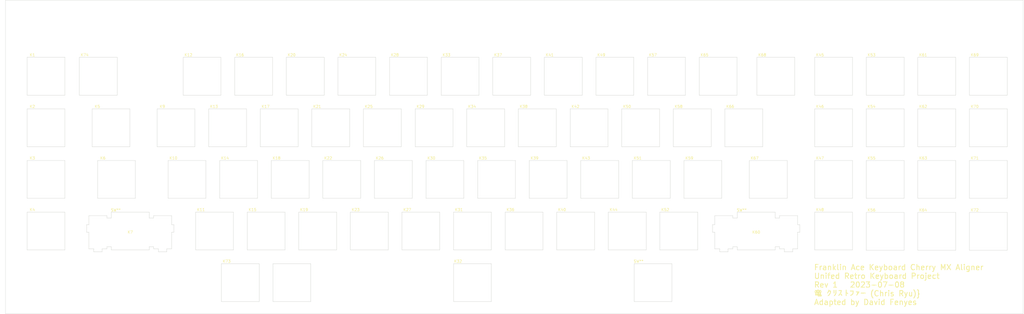
<source format=kicad_pcb>
(kicad_pcb (version 20221018) (generator pcbnew)
  (title_block (title "Franklin Ace Keyboard Cherry MX Aligner") (date "2023-07-08") (rev "1") (company "Unifed Retro Keyboard Project") (comment 1 "竜 クリストファー (Chris Ryu)}") (comment 2 "Adapted by David Fenyes"))
  (layers (0 "F.Cu" signal) (31 "B.Cu" signal) (34 "B.Paste" user) (35 "F.Paste" user) (36 "B.SilkS" user "B.Silkscreen") (37 "F.SilkS" user "F.Silkscreen") (38 "B.Mask" user) (39 "F.Mask" user) (44 "Edge.Cuts" user))
  (net 0 "")
  (footprint "unikbd:Key_MX_Aligner" (layer "F.Cu") (at 282.998036 221.250352)
    (fp_text reference "K31" (at -5.0292 -7.7724) (layer "F.SilkS"))
    (fp_text value "N")
    (fp_line (start -6.985 -6.8834) (end -6.985 7.0866) (stroke (width 0.12)) (layer "Edge.Cuts"))
    (fp_line (start -6.985 -6.8834) (end 6.985 -6.8834) (stroke (width 0.12)) (layer "Edge.Cuts"))
    (fp_line (start -6.985 7.0866) (end 6.985 7.0866) (stroke (width 0.12)) (layer "Edge.Cuts"))
    (fp_line (start 6.985 7.0866) (end 6.985 -6.8834) (stroke (width 0.12)) (layer "Edge.Cuts"))
  )
  (footprint "unikbd:MX_2u_aligner" (layer "F.Cu") (at 156.633036 221.250352)
    (fp_text reference "K7" (at 0 0.5254) (layer "F.SilkS"))
    (fp_text value "SHIFT")
    (fp_text user "SW**" (at -5.334 -7.6454) (layer "F.SilkS"))
    (fp_line (start -16.129 -2.2606) (end -15.2654 -2.2606) (stroke (width 0.12)) (layer "Edge.Cuts"))
    (fp_line (start -16.129 0.5334) (end -16.129 -2.2606) (stroke (width 0.12)) (layer "Edge.Cuts"))
    (fp_line (start -15.2654 -5.588) (end -8.6106 -5.588) (stroke (width 0.12)) (layer "Edge.Cuts"))
    (fp_line (start -15.2654 -2.2606) (end -15.2654 -5.588) (stroke (width 0.12)) (layer "Edge.Cuts"))
    (fp_line (start -15.2654 0.5334) (end -16.129 0.5334) (stroke (width 0.12)) (layer "Edge.Cuts"))
    (fp_line (start -15.2654 6.7056) (end -15.2654 0.5334) (stroke (width 0.12)) (layer "Edge.Cuts"))
    (fp_line (start -13.462 6.7056) (end -15.2654 6.7056) (stroke (width 0.12)) (layer "Edge.Cuts"))
    (fp_line (start -13.462 7.7978) (end -13.462 6.7056) (stroke (width 0.12)) (layer "Edge.Cuts"))
    (fp_line (start -10.414 6.7056) (end -10.414 7.7978) (stroke (width 0.12)) (layer "Edge.Cuts"))
    (fp_line (start -10.414 7.7978) (end -13.462 7.7978) (stroke (width 0.12)) (layer "Edge.Cuts"))
    (fp_line (start -8.6106 -5.588) (end -8.6106 -4.699) (stroke (width 0.12)) (layer "Edge.Cuts"))
    (fp_line (start -8.6106 -4.699) (end -6.985 -4.699) (stroke (width 0.12)) (layer "Edge.Cuts"))
    (fp_line (start -8.6106 5.9182) (end -8.6106 6.7056) (stroke (width 0.12)) (layer "Edge.Cuts"))
    (fp_line (start -8.6106 5.9182) (end -6.985 5.9182) (stroke (width 0.12)) (layer "Edge.Cuts"))
    (fp_line (start -8.6106 6.7056) (end -10.414 6.7056) (stroke (width 0.12)) (layer "Edge.Cuts"))
    (fp_line (start -6.985 -6.8834) (end 6.985 -6.8834) (stroke (width 0.12)) (layer "Edge.Cuts"))
    (fp_line (start -6.985 -4.699) (end -6.985 -6.8834) (stroke (width 0.12)) (layer "Edge.Cuts"))
    (fp_line (start -6.985 7.0866) (end -6.985 5.9182) (stroke (width 0.12)) (layer "Edge.Cuts"))
    (fp_line (start 6.985 -6.8834) (end 6.985 -4.699) (stroke (width 0.12)) (layer "Edge.Cuts"))
    (fp_line (start 6.985 -4.699) (end 8.6106 -4.699) (stroke (width 0.12)) (layer "Edge.Cuts"))
    (fp_line (start 6.985 5.9182) (end 6.985 7.0866) (stroke (width 0.12)) (layer "Edge.Cuts"))
    (fp_line (start 6.985 5.9182) (end 8.6106 5.9182) (stroke (width 0.12)) (layer "Edge.Cuts"))
    (fp_line (start 6.985 7.0866) (end -6.985 7.0866) (stroke (width 0.12)) (layer "Edge.Cuts"))
    (fp_line (start 8.6106 -5.588) (end 15.2654 -5.588) (stroke (width 0.12)) (layer "Edge.Cuts"))
    (fp_line (start 8.6106 -4.699) (end 8.6106 -5.588) (stroke (width 0.12)) (layer "Edge.Cuts"))
    (fp_line (start 8.6106 6.7056) (end 8.6106 5.9182) (stroke (width 0.12)) (layer "Edge.Cuts"))
    (fp_line (start 10.414 6.7056) (end 8.6106 6.7056) (stroke (width 0.12)) (layer "Edge.Cuts"))
    (fp_line (start 10.414 7.7978) (end 10.414 6.7056) (stroke (width 0.12)) (layer "Edge.Cuts"))
    (fp_line (start 13.462 6.7056) (end 13.462 7.7978) (stroke (width 0.12)) (layer "Edge.Cuts"))
    (fp_line (start 13.462 7.7978) (end 10.414 7.7978) (stroke (width 0.12)) (layer "Edge.Cuts"))
    (fp_line (start 15.2654 -5.588) (end 15.2654 -2.2606) (stroke (width 0.12)) (layer "Edge.Cuts"))
    (fp_line (start 15.2654 -2.2606) (end 16.129 -2.2606) (stroke (width 0.12)) (layer "Edge.Cuts"))
    (fp_line (start 15.2654 0.5334) (end 15.2654 6.7056) (stroke (width 0.12)) (layer "Edge.Cuts"))
    (fp_line (start 15.2654 6.7056) (end 13.462 6.7056) (stroke (width 0.12)) (layer "Edge.Cuts"))
    (fp_line (start 16.129 -2.2606) (end 16.129 0.5334) (stroke (width 0.12)) (layer "Edge.Cuts"))
    (fp_line (start 16.129 0.5334) (end 15.2654 0.5334) (stroke (width 0.12)) (layer "Edge.Cuts"))
  )
  (footprint "unikbd:Key_MX_Aligner" (layer "F.Cu") (at 177.588036 202.200352)
    (fp_text reference "K10" (at -5.0292 -7.7724) (layer "F.SilkS"))
    (fp_text value "A")
    (fp_line (start -6.985 -6.8834) (end -6.985 7.0866) (stroke (width 0.12)) (layer "Edge.Cuts"))
    (fp_line (start -6.985 -6.8834) (end 6.985 -6.8834) (stroke (width 0.12)) (layer "Edge.Cuts"))
    (fp_line (start -6.985 7.0866) (end 6.985 7.0866) (stroke (width 0.12)) (layer "Edge.Cuts"))
    (fp_line (start 6.985 7.0866) (end 6.985 -6.8834) (stroke (width 0.12)) (layer "Edge.Cuts"))
  )
  (footprint "unikbd:Key_MX_Aligner" (layer "F.Cu") (at 359.198036 221.250352)
    (fp_text reference "K52" (at -5.0292 -7.7724) (layer "F.SilkS"))
    (fp_text value "/ ?")
    (fp_line (start -6.985 -6.8834) (end -6.985 7.0866) (stroke (width 0.12)) (layer "Edge.Cuts"))
    (fp_line (start -6.985 -6.8834) (end 6.985 -6.8834) (stroke (width 0.12)) (layer "Edge.Cuts"))
    (fp_line (start -6.985 7.0866) (end 6.985 7.0866) (stroke (width 0.12)) (layer "Edge.Cuts"))
    (fp_line (start 6.985 7.0866) (end 6.985 -6.8834) (stroke (width 0.12)) (layer "Edge.Cuts"))
  )
  (footprint "unikbd:Key_MX_Aligner" (layer "F.Cu") (at 306.924836 183.150352)
    (fp_text reference "K38" (at -5.0292 -7.7724) (layer "F.SilkS"))
    (fp_text value "I")
    (fp_line (start -6.985 -6.8834) (end -6.985 7.0866) (stroke (width 0.12)) (layer "Edge.Cuts"))
    (fp_line (start -6.985 -6.8834) (end 6.985 -6.8834) (stroke (width 0.12)) (layer "Edge.Cuts"))
    (fp_line (start -6.985 7.0866) (end 6.985 7.0866) (stroke (width 0.12)) (layer "Edge.Cuts"))
    (fp_line (start 6.985 7.0866) (end 6.985 -6.8834) (stroke (width 0.12)) (layer "Edge.Cuts"))
  )
  (footprint "unikbd:Key_MX_Aligner" (layer "F.Cu") (at 215.688036 202.200352)
    (fp_text reference "K18" (at -5.0292 -7.7724) (layer "F.SilkS"))
    (fp_text value "D")
    (fp_line (start -6.985 -6.8834) (end -6.985 7.0866) (stroke (width 0.12)) (layer "Edge.Cuts"))
    (fp_line (start -6.985 -6.8834) (end 6.985 -6.8834) (stroke (width 0.12)) (layer "Edge.Cuts"))
    (fp_line (start -6.985 7.0866) (end 6.985 7.0866) (stroke (width 0.12)) (layer "Edge.Cuts"))
    (fp_line (start 6.985 7.0866) (end 6.985 -6.8834) (stroke (width 0.12)) (layer "Edge.Cuts"))
  )
  (footprint "unikbd:Key_MX_Aligner" (layer "F.Cu") (at 364.151036 183.150352)
    (fp_text reference "K58" (at -5.0292 -7.7724) (layer "F.SilkS"))
    (fp_text value "[ {")
    (fp_line (start -6.985 -6.8834) (end -6.985 7.0866) (stroke (width 0.12)) (layer "Edge.Cuts"))
    (fp_line (start -6.985 -6.8834) (end 6.985 -6.8834) (stroke (width 0.12)) (layer "Edge.Cuts"))
    (fp_line (start -6.985 7.0866) (end 6.985 7.0866) (stroke (width 0.12)) (layer "Edge.Cuts"))
    (fp_line (start 6.985 7.0866) (end 6.985 -6.8834) (stroke (width 0.12)) (layer "Edge.Cuts"))
  )
  (footprint "unikbd:Key_MX_Aligner" (layer "F.Cu") (at 435.398036 164.100352)
    (fp_text reference "K53" (at -5.0292 -7.7724) (layer "F.SilkS"))
    (fp_text value "7")
    (fp_line (start -6.985 -6.8834) (end -6.985 7.0866) (stroke (width 0.12)) (layer "Edge.Cuts"))
    (fp_line (start -6.985 -6.8834) (end 6.985 -6.8834) (stroke (width 0.12)) (layer "Edge.Cuts"))
    (fp_line (start -6.985 7.0866) (end 6.985 7.0866) (stroke (width 0.12)) (layer "Edge.Cuts"))
    (fp_line (start 6.985 7.0866) (end 6.985 -6.8834) (stroke (width 0.12)) (layer "Edge.Cuts"))
  )
  (footprint "unikbd:Key_MX_Aligner" (layer "F.Cu") (at 340.148036 221.250352)
    (fp_text reference "K44" (at -5.0292 -7.7724) (layer "F.SilkS"))
    (fp_text value ". >")
    (fp_line (start -6.985 -6.8834) (end -6.985 7.0866) (stroke (width 0.12)) (layer "Edge.Cuts"))
    (fp_line (start -6.985 -6.8834) (end 6.985 -6.8834) (stroke (width 0.12)) (layer "Edge.Cuts"))
    (fp_line (start -6.985 7.0866) (end 6.985 7.0866) (stroke (width 0.12)) (layer "Edge.Cuts"))
    (fp_line (start 6.985 7.0866) (end 6.985 -6.8834) (stroke (width 0.12)) (layer "Edge.Cuts"))
  )
  (footprint "unikbd:Key_MX_Aligner" (layer "F.Cu") (at 173.524036 183.150352)
    (fp_text reference "K9" (at -5.0292 -7.7724) (layer "F.SilkS"))
    (fp_text value "Q")
    (fp_line (start -6.985 -6.8834) (end -6.985 7.0866) (stroke (width 0.12)) (layer "Edge.Cuts"))
    (fp_line (start -6.985 -6.8834) (end 6.985 -6.8834) (stroke (width 0.12)) (layer "Edge.Cuts"))
    (fp_line (start -6.985 7.0866) (end 6.985 7.0866) (stroke (width 0.12)) (layer "Edge.Cuts"))
    (fp_line (start 6.985 7.0866) (end 6.985 -6.8834) (stroke (width 0.12)) (layer "Edge.Cuts"))
  )
  (footprint "unikbd:Key_MX_Aligner" (layer "F.Cu") (at 326.051036 183.150352)
    (fp_text reference "K42" (at -5.0292 -7.7724) (layer "F.SilkS"))
    (fp_text value "O")
    (fp_line (start -6.985 -6.8834) (end -6.985 7.0866) (stroke (width 0.12)) (layer "Edge.Cuts"))
    (fp_line (start -6.985 -6.8834) (end 6.985 -6.8834) (stroke (width 0.12)) (layer "Edge.Cuts"))
    (fp_line (start -6.985 7.0866) (end 6.985 7.0866) (stroke (width 0.12)) (layer "Edge.Cuts"))
    (fp_line (start 6.985 7.0866) (end 6.985 -6.8834) (stroke (width 0.12)) (layer "Edge.Cuts"))
  )
  (footprint "unikbd:MX_space_aligner" (layer "F.Cu") (at 282.998036 240.300352)
    (fp_text reference "K32" (at -5.334 -7.7724) (layer "F.SilkS"))
    (fp_text value "SPACE_8U")
    (fp_text user "SW**" (at 61.341 -7.7724) (layer "F.SilkS"))
    (fp_line (start -73.66 -6.8834) (end -73.66 7.0866) (stroke (width 0.12)) (layer "Edge.Cuts"))
    (fp_line (start -73.66 -6.8834) (end -59.69 -6.8834) (stroke (width 0.12)) (layer "Edge.Cuts"))
    (fp_line (start -73.66 7.0866) (end -59.69 7.0866) (stroke (width 0.12)) (layer "Edge.Cuts"))
    (fp_line (start -59.69 7.0866) (end -59.69 -6.8834) (stroke (width 0.12)) (layer "Edge.Cuts"))
    (fp_line (start -6.985 -6.8834) (end -6.985 7.0866) (stroke (width 0.12)) (layer "Edge.Cuts"))
    (fp_line (start -6.985 -6.8834) (end 6.985 -6.8834) (stroke (width 0.12)) (layer "Edge.Cuts"))
    (fp_line (start -6.985 7.0866) (end 6.985 7.0866) (stroke (width 0.12)) (layer "Edge.Cuts"))
    (fp_line (start 6.985 7.0866) (end 6.985 -6.8834) (stroke (width 0.12)) (layer "Edge.Cuts"))
    (fp_line (start 59.69 -6.8834) (end 59.69 7.0866) (stroke (width 0.12)) (layer "Edge.Cuts"))
    (fp_line (start 59.69 -6.8834) (end 73.66 -6.8834) (stroke (width 0.12)) (layer "Edge.Cuts"))
    (fp_line (start 59.69 7.0866) (end 73.66 7.0866) (stroke (width 0.12)) (layer "Edge.Cuts"))
    (fp_line (start 73.66 7.0866) (end 73.66 -6.8834) (stroke (width 0.12)) (layer "Edge.Cuts"))
  )
  (footprint "unikbd:Key_MX_Aligner" (layer "F.Cu") (at 234.738036 202.200352)
    (fp_text reference "K22" (at -5.0292 -7.7724) (layer "F.SilkS"))
    (fp_text value "F")
    (fp_line (start -6.985 -6.8834) (end -6.985 7.0866) (stroke (width 0.12)) (layer "Edge.Cuts"))
    (fp_line (start -6.985 -6.8834) (end 6.985 -6.8834) (stroke (width 0.12)) (layer "Edge.Cuts"))
    (fp_line (start -6.985 7.0866) (end 6.985 7.0866) (stroke (width 0.12)) (layer "Edge.Cuts"))
    (fp_line (start 6.985 7.0866) (end 6.985 -6.8834) (stroke (width 0.12)) (layer "Edge.Cuts"))
  )
  (footprint "unikbd:Key_MX_Aligner" (layer "F.Cu") (at 435.398036 202.200352)
    (fp_text reference "K55" (at -5.0292 -7.7724) (layer "F.SilkS"))
    (fp_text value "1")
    (fp_line (start -6.985 -6.8834) (end -6.985 7.0866) (stroke (width 0.12)) (layer "Edge.Cuts"))
    (fp_line (start -6.985 -6.8834) (end 6.985 -6.8834) (stroke (width 0.12)) (layer "Edge.Cuts"))
    (fp_line (start -6.985 7.0866) (end 6.985 7.0866) (stroke (width 0.12)) (layer "Edge.Cuts"))
    (fp_line (start 6.985 7.0866) (end 6.985 -6.8834) (stroke (width 0.12)) (layer "Edge.Cuts"))
  )
  (footprint "MountingHole:MountingHole_3.2mm_M3" (layer "F.Cu") (at 233.9286 143.9926)
    (fp_text reference "REF**" hide)
    (fp_text value "MountingHole_3.2mm_M3")
    (pad "" np_thru_hole circle (at 0 0) (size 3.2 3.2) (drill 3.2) (layers "F&B.Cu" "*.Mask"))
  )
  (footprint "unikbd:Key_MX_Aligner" (layer "F.Cu") (at 454.448036 221.377352)
    (fp_text reference "K64" (at -5.0292 -7.7724) (layer "F.SilkS"))
    (fp_text value "0")
    (fp_line (start -6.985 -6.8834) (end -6.985 7.0866) (stroke (width 0.12)) (layer "Edge.Cuts"))
    (fp_line (start -6.985 -6.8834) (end 6.985 -6.8834) (stroke (width 0.12)) (layer "Edge.Cuts"))
    (fp_line (start -6.985 7.0866) (end 6.985 7.0866) (stroke (width 0.12)) (layer "Edge.Cuts"))
    (fp_line (start 6.985 7.0866) (end 6.985 -6.8834) (stroke (width 0.12)) (layer "Edge.Cuts"))
  )
  (footprint "unikbd:Key_MX_Aligner" (layer "F.Cu") (at 253.788036 202.200352)
    (fp_text reference "K26" (at -5.0292 -7.7724) (layer "F.SilkS"))
    (fp_text value "G")
    (fp_line (start -6.985 -6.8834) (end -6.985 7.0866) (stroke (width 0.12)) (layer "Edge.Cuts"))
    (fp_line (start -6.985 -6.8834) (end 6.985 -6.8834) (stroke (width 0.12)) (layer "Edge.Cuts"))
    (fp_line (start -6.985 7.0866) (end 6.985 7.0866) (stroke (width 0.12)) (layer "Edge.Cuts"))
    (fp_line (start 6.985 7.0866) (end 6.985 -6.8834) (stroke (width 0.12)) (layer "Edge.Cuts"))
  )
  (footprint "unikbd:Key_MX_Aligner" (layer "F.Cu") (at 202.194389 164.100352)
    (fp_text reference "K16" (at -5.0292 -7.7724) (layer "F.SilkS"))
    (fp_text value "3 #")
    (fp_line (start -6.985 -6.8834) (end -6.985 7.0866) (stroke (width 0.12)) (layer "Edge.Cuts"))
    (fp_line (start -6.985 -6.8834) (end 6.985 -6.8834) (stroke (width 0.12)) (layer "Edge.Cuts"))
    (fp_line (start -6.985 7.0866) (end 6.985 7.0866) (stroke (width 0.12)) (layer "Edge.Cuts"))
    (fp_line (start 6.985 7.0866) (end 6.985 -6.8834) (stroke (width 0.12)) (layer "Edge.Cuts"))
  )
  (footprint "unikbd:Key_MX_Aligner" (layer "F.Cu") (at 383.201036 183.150352)
    (fp_text reference "K66" (at -5.0292 -7.7724) (layer "F.SilkS"))
    (fp_text value "] }")
    (fp_line (start -6.985 -6.8834) (end -6.985 7.0866) (stroke (width 0.12)) (layer "Edge.Cuts"))
    (fp_line (start -6.985 -6.8834) (end 6.985 -6.8834) (stroke (width 0.12)) (layer "Edge.Cuts"))
    (fp_line (start -6.985 7.0866) (end 6.985 7.0866) (stroke (width 0.12)) (layer "Edge.Cuts"))
    (fp_line (start 6.985 7.0866) (end 6.985 -6.8834) (stroke (width 0.12)) (layer "Edge.Cuts"))
  )
  (footprint "unikbd:Key_MX_Aligner" (layer "F.Cu") (at 416.348036 221.250352)
    (fp_text reference "K48" (at -5.0292 -7.7724) (layer "F.SilkS"))
    (fp_text value "*")
    (fp_line (start -6.985 -6.8834) (end -6.985 7.0866) (stroke (width 0.12)) (layer "Edge.Cuts"))
    (fp_line (start -6.985 -6.8834) (end 6.985 -6.8834) (stroke (width 0.12)) (layer "Edge.Cuts"))
    (fp_line (start -6.985 7.0866) (end 6.985 7.0866) (stroke (width 0.12)) (layer "Edge.Cuts"))
    (fp_line (start 6.985 7.0866) (end 6.985 -6.8834) (stroke (width 0.12)) (layer "Edge.Cuts"))
  )
  (footprint "unikbd:Key_MX_Aligner" (layer "F.Cu") (at 435.398036 221.377352)
    (fp_text reference "K56" (at -5.0292 -7.7724) (layer "F.SilkS"))
    (fp_text value ">")
    (fp_line (start -6.985 -6.8834) (end -6.985 7.0866) (stroke (width 0.12)) (layer "Edge.Cuts"))
    (fp_line (start -6.985 -6.8834) (end 6.985 -6.8834) (stroke (width 0.12)) (layer "Edge.Cuts"))
    (fp_line (start -6.985 7.0866) (end 6.985 7.0866) (stroke (width 0.12)) (layer "Edge.Cuts"))
    (fp_line (start 6.985 7.0866) (end 6.985 -6.8834) (stroke (width 0.12)) (layer "Edge.Cuts"))
  )
  (footprint "unikbd:Key_MX_Aligner" (layer "F.Cu") (at 197.273036 240.300352)
    (fp_text reference "K73" (at -5.0292 -7.7724) (layer "F.SilkS"))
    (fp_text value "SPACE_1U")
    (fp_line (start -6.985 -6.8834) (end -6.985 7.0866) (stroke (width 0.12)) (layer "Edge.Cuts"))
    (fp_line (start -6.985 -6.8834) (end 6.985 -6.8834) (stroke (width 0.12)) (layer "Edge.Cuts"))
    (fp_line (start -6.985 7.0866) (end 6.985 7.0866) (stroke (width 0.12)) (layer "Edge.Cuts"))
    (fp_line (start 6.985 7.0866) (end 6.985 -6.8834) (stroke (width 0.12)) (layer "Edge.Cuts"))
  )
  (footprint "MountingHole:MountingHole_3.2mm_M3" (layer "F.Cu") (at 357.4642 143.9926)
    (fp_text reference "REF**" hide)
    (fp_text value "MountingHole_3.2mm_M3")
    (pad "" np_thru_hole circle (at 0 0) (size 3.2 3.2) (drill 3.2) (layers "F&B.Cu" "*.Mask"))
  )
  (footprint "unikbd:Key_MX_Aligner" (layer "F.Cu") (at 206.798036 221.250352)
    (fp_text reference "K15" (at -5.0292 -7.7724) (layer "F.SilkS"))
    (fp_text value "X")
    (fp_line (start -6.985 -6.8834) (end -6.985 7.0866) (stroke (width 0.12)) (layer "Edge.Cuts"))
    (fp_line (start -6.985 -6.8834) (end 6.985 -6.8834) (stroke (width 0.12)) (layer "Edge.Cuts"))
    (fp_line (start -6.985 7.0866) (end 6.985 7.0866) (stroke (width 0.12)) (layer "Edge.Cuts"))
    (fp_line (start 6.985 7.0866) (end 6.985 -6.8834) (stroke (width 0.12)) (layer "Edge.Cuts"))
  )
  (footprint "unikbd:Key_MX_Aligner" (layer "F.Cu") (at 278.422093 164.100352)
    (fp_text reference "K33" (at -5.0292 -7.7724) (layer "F.SilkS"))
    (fp_text value "7 &")
    (fp_line (start -6.985 -6.8834) (end -6.985 7.0866) (stroke (width 0.12)) (layer "Edge.Cuts"))
    (fp_line (start -6.985 -6.8834) (end 6.985 -6.8834) (stroke (width 0.12)) (layer "Edge.Cuts"))
    (fp_line (start -6.985 7.0866) (end 6.985 7.0866) (stroke (width 0.12)) (layer "Edge.Cuts"))
    (fp_line (start 6.985 7.0866) (end 6.985 -6.8834) (stroke (width 0.12)) (layer "Edge.Cuts"))
  )
  (footprint "unikbd:Key_MX_Aligner" (layer "F.Cu") (at 230.674036 183.150352)
    (fp_text reference "K21" (at -5.0292 -7.7724) (layer "F.SilkS"))
    (fp_text value "R")
    (fp_line (start -6.985 -6.8834) (end -6.985 7.0866) (stroke (width 0.12)) (layer "Edge.Cuts"))
    (fp_line (start -6.985 -6.8834) (end 6.985 -6.8834) (stroke (width 0.12)) (layer "Edge.Cuts"))
    (fp_line (start -6.985 7.0866) (end 6.985 7.0866) (stroke (width 0.12)) (layer "Edge.Cuts"))
    (fp_line (start 6.985 7.0866) (end 6.985 -6.8834) (stroke (width 0.12)) (layer "Edge.Cuts"))
  )
  (footprint "unikbd:Key_MX_Aligner" (layer "F.Cu") (at 416.348036 202.200352)
    (fp_text reference "K47" (at -5.0292 -7.7724) (layer "F.SilkS"))
    (fp_text value "+")
    (fp_line (start -6.985 -6.8834) (end -6.985 7.0866) (stroke (width 0.12)) (layer "Edge.Cuts"))
    (fp_line (start -6.985 -6.8834) (end 6.985 -6.8834) (stroke (width 0.12)) (layer "Edge.Cuts"))
    (fp_line (start -6.985 7.0866) (end 6.985 7.0866) (stroke (width 0.12)) (layer "Edge.Cuts"))
    (fp_line (start 6.985 7.0866) (end 6.985 -6.8834) (stroke (width 0.12)) (layer "Edge.Cuts"))
  )
  (footprint "unikbd:Key_MX_Aligner" (layer "F.Cu") (at 259.365167 164.100352)
    (fp_text reference "K28" (at -5.0292 -7.7724) (layer "F.SilkS"))
    (fp_text value "6 ^")
    (fp_line (start -6.985 -6.8834) (end -6.985 7.0866) (stroke (width 0.12)) (layer "Edge.Cuts"))
    (fp_line (start -6.985 -6.8834) (end 6.985 -6.8834) (stroke (width 0.12)) (layer "Edge.Cuts"))
    (fp_line (start -6.985 7.0866) (end 6.985 7.0866) (stroke (width 0.12)) (layer "Edge.Cuts"))
    (fp_line (start 6.985 7.0866) (end 6.985 -6.8834) (stroke (width 0.12)) (layer "Edge.Cuts"))
  )
  (footprint "unikbd:Key_MX_Aligner" (layer "F.Cu") (at 373.706723 164.100352)
    (fp_text reference "K65" (at -5.0292 -7.7724) (layer "F.SilkS"))
    (fp_text value "+ / =")
    (fp_line (start -6.985 -6.8834) (end -6.985 7.0866) (stroke (width 0.12)) (layer "Edge.Cuts"))
    (fp_line (start -6.985 -6.8834) (end 6.985 -6.8834) (stroke (width 0.12)) (layer "Edge.Cuts"))
    (fp_line (start -6.985 7.0866) (end 6.985 7.0866) (stroke (width 0.12)) (layer "Edge.Cuts"))
    (fp_line (start 6.985 7.0866) (end 6.985 -6.8834) (stroke (width 0.12)) (layer "Edge.Cuts"))
  )
  (footprint "unikbd:Key_MX_Aligner" (layer "F.Cu") (at 125.518036 164.100352)
    (fp_text reference "K1" (at -5.0292 -7.7724) (layer "F.SilkS"))
    (fp_text value "ESC")
    (fp_line (start -6.985 -6.8834) (end -6.985 7.0866) (stroke (width 0.12)) (layer "Edge.Cuts"))
    (fp_line (start -6.985 -6.8834) (end 6.985 -6.8834) (stroke (width 0.12)) (layer "Edge.Cuts"))
    (fp_line (start -6.985 7.0866) (end 6.985 7.0866) (stroke (width 0.12)) (layer "Edge.Cuts"))
    (fp_line (start 6.985 7.0866) (end 6.985 -6.8834) (stroke (width 0.12)) (layer "Edge.Cuts"))
  )
  (footprint "MountingHole:MountingHole_3.2mm_M3" (layer "F.Cu") (at 167.10936 244.729)
    (fp_text reference "REF**" hide)
    (fp_text value "MountingHole_3.2mm_M3")
    (pad "" np_thru_hole circle (at 0 0) (size 3.2 3.2) (drill 3.2) (layers "F&B.Cu" "*.Mask"))
  )
  (footprint "unikbd:Key_MX_Aligner" (layer "F.Cu") (at 310.938036 202.200352)
    (fp_text reference "K39" (at -5.0292 -7.7724) (layer "F.SilkS"))
    (fp_text value "K")
    (fp_line (start -6.985 -6.8834) (end -6.985 7.0866) (stroke (width 0.12)) (layer "Edge.Cuts"))
    (fp_line (start -6.985 -6.8834) (end 6.985 -6.8834) (stroke (width 0.12)) (layer "Edge.Cuts"))
    (fp_line (start -6.985 7.0866) (end 6.985 7.0866) (stroke (width 0.12)) (layer "Edge.Cuts"))
    (fp_line (start 6.985 7.0866) (end 6.985 -6.8834) (stroke (width 0.12)) (layer "Edge.Cuts"))
  )
  (footprint "unikbd:Key_MX_Aligner" (layer "F.Cu") (at 335.592871 164.100352)
    (fp_text reference "K49" (at -5.0292 -7.7724) (layer "F.SilkS"))
    (fp_text value "0 )")
    (fp_line (start -6.985 -6.8834) (end -6.985 7.0866) (stroke (width 0.12)) (layer "Edge.Cuts"))
    (fp_line (start -6.985 -6.8834) (end 6.985 -6.8834) (stroke (width 0.12)) (layer "Edge.Cuts"))
    (fp_line (start -6.985 7.0866) (end 6.985 7.0866) (stroke (width 0.12)) (layer "Edge.Cuts"))
    (fp_line (start 6.985 7.0866) (end 6.985 -6.8834) (stroke (width 0.12)) (layer "Edge.Cuts"))
  )
  (footprint "unikbd:Key_MX_Aligner" (layer "F.Cu") (at 395.027379 164.100352)
    (fp_text reference "K68" (at -5.0292 -7.7724) (layer "F.SilkS"))
    (fp_text value "LEFT")
    (fp_line (start -6.985 -6.8834) (end -6.985 7.0866) (stroke (width 0.12)) (layer "Edge.Cuts"))
    (fp_line (start -6.985 -6.8834) (end 6.985 -6.8834) (stroke (width 0.12)) (layer "Edge.Cuts"))
    (fp_line (start -6.985 7.0866) (end 6.985 7.0866) (stroke (width 0.12)) (layer "Edge.Cuts"))
    (fp_line (start 6.985 7.0866) (end 6.985 -6.8834) (stroke (width 0.12)) (layer "Edge.Cuts"))
  )
  (footprint "unikbd:Key_MX_Aligner" (layer "F.Cu") (at 349.038036 202.200352)
    (fp_text reference "K51" (at -5.0292 -7.7724) (layer "F.SilkS"))
    (fp_text value "; :")
    (fp_line (start -6.985 -6.8834) (end -6.985 7.0866) (stroke (width 0.12)) (layer "Edge.Cuts"))
    (fp_line (start -6.985 -6.8834) (end 6.985 -6.8834) (stroke (width 0.12)) (layer "Edge.Cuts"))
    (fp_line (start -6.985 7.0866) (end 6.985 7.0866) (stroke (width 0.12)) (layer "Edge.Cuts"))
    (fp_line (start 6.985 7.0866) (end 6.985 -6.8834) (stroke (width 0.12)) (layer "Edge.Cuts"))
  )
  (footprint "MountingHole:MountingHole_3.2mm_M3" (layer "F.Cu") (at 477.1898 244.729)
    (fp_text reference "REF**" hide)
    (fp_text value "MountingHole_3.2mm_M3")
    (pad "" np_thru_hole circle (at 0 0) (size 3.2 3.2) (drill 3.2) (layers "F&B.Cu" "*.Mask"))
  )
  (footprint "unikbd:Key_MX_Aligner" (layer "F.Cu") (at 183.137463 164.100352)
    (fp_text reference "K12" (at -5.0292 -7.7724) (layer "F.SilkS"))
    (fp_text value "2 @")
    (fp_line (start -6.985 -6.8834) (end -6.985 7.0866) (stroke (width 0.12)) (layer "Edge.Cuts"))
    (fp_line (start -6.985 -6.8834) (end 6.985 -6.8834) (stroke (width 0.12)) (layer "Edge.Cuts"))
    (fp_line (start -6.985 7.0866) (end 6.985 7.0866) (stroke (width 0.12)) (layer "Edge.Cuts"))
    (fp_line (start 6.985 7.0866) (end 6.985 -6.8834) (stroke (width 0.12)) (layer "Edge.Cuts"))
  )
  (footprint "unikbd:Key_MX_Aligner" (layer "F.Cu") (at 151.553036 202.200352)
    (fp_text reference "K6" (at -5.0292 -7.7724) (layer "F.SilkS"))
    (fp_text value "LOCK")
    (fp_line (start -6.985 -6.8834) (end -6.985 7.0866) (stroke (width 0.12)) (layer "Edge.Cuts"))
    (fp_line (start -6.985 -6.8834) (end 6.985 -6.8834) (stroke (width 0.12)) (layer "Edge.Cuts"))
    (fp_line (start -6.985 7.0866) (end 6.985 7.0866) (stroke (width 0.12)) (layer "Edge.Cuts"))
    (fp_line (start 6.985 7.0866) (end 6.985 -6.8834) (stroke (width 0.12)) (layer "Edge.Cuts"))
  )
  (footprint "unikbd:Key_MX_Aligner" (layer "F.Cu") (at 329.988036 202.200352)
    (fp_text reference "K43" (at -5.0292 -7.7724) (layer "F.SilkS"))
    (fp_text value "L")
    (fp_line (start -6.985 -6.8834) (end -6.985 7.0866) (stroke (width 0.12)) (layer "Edge.Cuts"))
    (fp_line (start -6.985 -6.8834) (end 6.985 -6.8834) (stroke (width 0.12)) (layer "Edge.Cuts"))
    (fp_line (start -6.985 7.0866) (end 6.985 7.0866) (stroke (width 0.12)) (layer "Edge.Cuts"))
    (fp_line (start 6.985 7.0866) (end 6.985 -6.8834) (stroke (width 0.12)) (layer "Edge.Cuts"))
  )
  (footprint "MountingHole:MountingHole_3.2mm_M3" (layer "F.Cu") (at 118.013 143.9926)
    (fp_text reference "REF**" hide)
    (fp_text value "MountingHole_3.2mm_M3")
    (pad "" np_thru_hole circle (at 0 0) (size 3.2 3.2) (drill 3.2) (layers "F&B.Cu" "*.Mask"))
  )
  (footprint "unikbd:Key_MX_Aligner" (layer "F.Cu") (at 249.724036 183.150352)
    (fp_text reference "K25" (at -5.0292 -7.7724) (layer "F.SilkS"))
    (fp_text value "T")
    (fp_line (start -6.985 -6.8834) (end -6.985 7.0866) (stroke (width 0.12)) (layer "Edge.Cuts"))
    (fp_line (start -6.985 -6.8834) (end 6.985 -6.8834) (stroke (width 0.12)) (layer "Edge.Cuts"))
    (fp_line (start -6.985 7.0866) (end 6.985 7.0866) (stroke (width 0.12)) (layer "Edge.Cuts"))
    (fp_line (start 6.985 7.0866) (end 6.985 -6.8834) (stroke (width 0.12)) (layer "Edge.Cuts"))
  )
  (footprint "MountingHole:MountingHole_3.2mm_M3" (layer "F.Cu") (at 381.10344 244.729)
    (fp_text reference "REF**" hide)
    (fp_text value "MountingHole_3.2mm_M3")
    (pad "" np_thru_hole circle (at 0 0) (size 3.2 3.2) (drill 3.2) (layers "F&B.Cu" "*.Mask"))
  )
  (footprint "unikbd:Key_MX_Aligner" (layer "F.Cu") (at 473.498036 183.150352)
    (fp_text reference "K70" (at -5.0292 -7.7724) (layer "F.SilkS"))
    (fp_text value "6")
    (fp_line (start -6.985 -6.8834) (end -6.985 7.0866) (stroke (width 0.12)) (layer "Edge.Cuts"))
    (fp_line (start -6.985 -6.8834) (end 6.985 -6.8834) (stroke (width 0.12)) (layer "Edge.Cuts"))
    (fp_line (start -6.985 7.0866) (end 6.985 7.0866) (stroke (width 0.12)) (layer "Edge.Cuts"))
    (fp_line (start 6.985 7.0866) (end 6.985 -6.8834) (stroke (width 0.12)) (layer "Edge.Cuts"))
  )
  (footprint "unikbd:Key_MX_Aligner" (layer "F.Cu") (at 302.048036 221.250352)
    (fp_text reference "K36" (at -5.0292 -7.7724) (layer "F.SilkS"))
    (fp_text value "M")
    (fp_line (start -6.985 -6.8834) (end -6.985 7.0866) (stroke (width 0.12)) (layer "Edge.Cuts"))
    (fp_line (start -6.985 -6.8834) (end 6.985 -6.8834) (stroke (width 0.12)) (layer "Edge.Cuts"))
    (fp_line (start -6.985 7.0866) (end 6.985 7.0866) (stroke (width 0.12)) (layer "Edge.Cuts"))
    (fp_line (start 6.985 7.0866) (end 6.985 -6.8834) (stroke (width 0.12)) (layer "Edge.Cuts"))
  )
  (footprint "unikbd:Key_MX_Aligner" (layer "F.Cu") (at 187.748036 221.250352)
    (fp_text reference "K11" (at -5.0292 -7.7724) (layer "F.SilkS"))
    (fp_text value "Z")
    (fp_line (start -6.985 -6.8834) (end -6.985 7.0866) (stroke (width 0.12)) (layer "Edge.Cuts"))
    (fp_line (start -6.985 -6.8834) (end 6.985 -6.8834) (stroke (width 0.12)) (layer "Edge.Cuts"))
    (fp_line (start -6.985 7.0866) (end 6.985 7.0866) (stroke (width 0.12)) (layer "Edge.Cuts"))
    (fp_line (start 6.985 7.0866) (end 6.985 -6.8834) (stroke (width 0.12)) (layer "Edge.Cuts"))
  )
  (footprint "unikbd:Key_MX_Aligner" (layer "F.Cu") (at 454.448036 183.150352)
    (fp_text reference "K62" (at -5.0292 -7.7724) (layer "F.SilkS"))
    (fp_text value "5")
    (fp_line (start -6.985 -6.8834) (end -6.985 7.0866) (stroke (width 0.12)) (layer "Edge.Cuts"))
    (fp_line (start -6.985 -6.8834) (end 6.985 -6.8834) (stroke (width 0.12)) (layer "Edge.Cuts"))
    (fp_line (start -6.985 7.0866) (end 6.985 7.0866) (stroke (width 0.12)) (layer "Edge.Cuts"))
    (fp_line (start 6.985 7.0866) (end 6.985 -6.8834) (stroke (width 0.12)) (layer "Edge.Cuts"))
  )
  (footprint "unikbd:Key_MX_Aligner" (layer "F.Cu") (at 268.824836 183.150352)
    (fp_text reference "K29" (at -5.0292 -7.7724) (layer "F.SilkS"))
    (fp_text value "Y")
    (fp_line (start -6.985 -6.8834) (end -6.985 7.0866) (stroke (width 0.12)) (layer "Edge.Cuts"))
    (fp_line (start -6.985 -6.8834) (end 6.985 -6.8834) (stroke (width 0.12)) (layer "Edge.Cuts"))
    (fp_line (start -6.985 7.0866) (end 6.985 7.0866) (stroke (width 0.12)) (layer "Edge.Cuts"))
    (fp_line (start 6.985 7.0866) (end 6.985 -6.8834) (stroke (width 0.12)) (layer "Edge.Cuts"))
  )
  (footprint "unikbd:Key_MX_Aligner" (layer "F.Cu") (at 125.518036 202.200352)
    (fp_text reference "K3" (at -5.0292 -7.7724) (layer "F.SilkS"))
    (fp_text value "PAUSE")
    (fp_line (start -6.985 -6.8834) (end -6.985 7.0866) (stroke (width 0.12)) (layer "Edge.Cuts"))
    (fp_line (start -6.985 -6.8834) (end 6.985 -6.8834) (stroke (width 0.12)) (layer "Edge.Cuts"))
    (fp_line (start -6.985 7.0866) (end 6.985 7.0866) (stroke (width 0.12)) (layer "Edge.Cuts"))
    (fp_line (start 6.985 7.0866) (end 6.985 -6.8834) (stroke (width 0.12)) (layer "Edge.Cuts"))
  )
  (footprint "unikbd:Key_MX_Aligner" (layer "F.Cu") (at 240.308241 164.100352)
    (fp_text reference "K24" (at -5.0292 -7.7724) (layer "F.SilkS"))
    (fp_text value "5 &")
    (fp_line (start -6.985 -6.8834) (end -6.985 7.0866) (stroke (width 0.12)) (layer "Edge.Cuts"))
    (fp_line (start -6.985 -6.8834) (end 6.985 -6.8834) (stroke (width 0.12)) (layer "Edge.Cuts"))
    (fp_line (start -6.985 7.0866) (end 6.985 7.0866) (stroke (width 0.12)) (layer "Edge.Cuts"))
    (fp_line (start 6.985 7.0866) (end 6.985 -6.8834) (stroke (width 0.12)) (layer "Edge.Cuts"))
  )
  (footprint "unikbd:Key_MX_Aligner" (layer "F.Cu") (at 345.101036 183.150352)
    (fp_text reference "K50" (at -5.0292 -7.7724) (layer "F.SilkS"))
    (fp_text value "P")
    (fp_line (start -6.985 -6.8834) (end -6.985 7.0866) (stroke (width 0.12)) (layer "Edge.Cuts"))
    (fp_line (start -6.985 -6.8834) (end 6.985 -6.8834) (stroke (width 0.12)) (layer "Edge.Cuts"))
    (fp_line (start -6.985 7.0866) (end 6.985 7.0866) (stroke (width 0.12)) (layer "Edge.Cuts"))
    (fp_line (start 6.985 7.0866) (end 6.985 -6.8834) (stroke (width 0.12)) (layer "Edge.Cuts"))
  )
  (footprint "unikbd:Key_MX_Aligner" (layer "F.Cu") (at 473.498036 202.200352)
    (fp_text reference "K71" (at -5.0292 -7.7724) (layer "F.SilkS"))
    (fp_text value "3")
    (fp_line (start -6.985 -6.8834) (end -6.985 7.0866) (stroke (width 0.12)) (layer "Edge.Cuts"))
    (fp_line (start -6.985 -6.8834) (end 6.985 -6.8834) (stroke (width 0.12)) (layer "Edge.Cuts"))
    (fp_line (start -6.985 7.0866) (end 6.985 7.0866) (stroke (width 0.12)) (layer "Edge.Cuts"))
    (fp_line (start 6.985 7.0866) (end 6.985 -6.8834) (stroke (width 0.12)) (layer "Edge.Cuts"))
  )
  (footprint "unikbd:Key_MX_Aligner" (layer "F.Cu") (at 416.348036 164.100352)
    (fp_text reference "K45" (at -5.0292 -7.7724) (layer "F.SilkS"))
    (fp_text value "RIGHT")
    (fp_line (start -6.985 -6.8834) (end -6.985 7.0866) (stroke (width 0.12)) (layer "Edge.Cuts"))
    (fp_line (start -6.985 -6.8834) (end 6.985 -6.8834) (stroke (width 0.12)) (layer "Edge.Cuts"))
    (fp_line (start -6.985 7.0866) (end 6.985 7.0866) (stroke (width 0.12)) (layer "Edge.Cuts"))
    (fp_line (start 6.985 7.0866) (end 6.985 -6.8834) (stroke (width 0.12)) (layer "Edge.Cuts"))
  )
  (footprint "unikbd:Key_MX_Aligner" (layer "F.Cu") (at 354.649797 164.100352)
    (fp_text reference "K57" (at -5.0292 -7.7724) (layer "F.SilkS"))
    (fp_text value "- / _")
    (fp_line (start -6.985 -6.8834) (end -6.985 7.0866) (stroke (width 0.12)) (layer "Edge.Cuts"))
    (fp_line (start -6.985 -6.8834) (end 6.985 -6.8834) (stroke (width 0.12)) (layer "Edge.Cuts"))
    (fp_line (start -6.985 7.0866) (end 6.985 7.0866) (stroke (width 0.12)) (layer "Edge.Cuts"))
    (fp_line (start 6.985 7.0866) (end 6.985 -6.8834) (stroke (width 0.12)) (layer "Edge.Cuts"))
  )
  (footprint "unikbd:Key_MX_Aligner" (layer "F.Cu") (at 225.848036 221.250352)
    (fp_text reference "K19" (at -5.0292 -7.7724) (layer "F.SilkS"))
    (fp_text value "C")
    (fp_line (start -6.985 -6.8834) (end -6.985 7.0866) (stroke (width 0.12)) (layer "Edge.Cuts"))
    (fp_line (start -6.985 -6.8834) (end 6.985 -6.8834) (stroke (width 0.12)) (layer "Edge.Cuts"))
    (fp_line (start -6.985 7.0866) (end 6.985 7.0866) (stroke (width 0.12)) (layer "Edge.Cuts"))
    (fp_line (start 6.985 7.0866) (end 6.985 -6.8834) (stroke (width 0.12)) (layer "Edge.Cuts"))
  )
  (footprint "unikbd:Key_MX_Aligner" (layer "F.Cu") (at 244.898036 221.250352)
    (fp_text reference "K23" (at -5.0292 -7.7724) (layer "F.SilkS"))
    (fp_text value "V")
    (fp_line (start -6.985 -6.8834) (end -6.985 7.0866) (stroke (width 0.12)) (layer "Edge.Cuts"))
    (fp_line (start -6.985 -6.8834) (end 6.985 -6.8834) (stroke (width 0.12)) (layer "Edge.Cuts"))
    (fp_line (start -6.985 7.0866) (end 6.985 7.0866) (stroke (width 0.12)) (layer "Edge.Cuts"))
    (fp_line (start 6.985 7.0866) (end 6.985 -6.8834) (stroke (width 0.12)) (layer "Edge.Cuts"))
  )
  (footprint "unikbd:Key_MX_Aligner" (layer "F.Cu") (at 125.518036 183.150352)
    (fp_text reference "K2" (at -5.0292 -7.7724) (layer "F.SilkS"))
    (fp_text value "BREAK")
    (fp_line (start -6.985 -6.8834) (end -6.985 7.0866) (stroke (width 0.12)) (layer "Edge.Cuts"))
    (fp_line (start -6.985 -6.8834) (end 6.985 -6.8834) (stroke (width 0.12)) (layer "Edge.Cuts"))
    (fp_line (start -6.985 7.0866) (end 6.985 7.0866) (stroke (width 0.12)) (layer "Edge.Cuts"))
    (fp_line (start 6.985 7.0866) (end 6.985 -6.8834) (stroke (width 0.12)) (layer "Edge.Cuts"))
  )
  (footprint "unikbd:Key_MX_Aligner" (layer "F.Cu") (at 473.498036 164.100352)
    (fp_text reference "K69" (at -5.0292 -7.7724) (layer "F.SilkS"))
    (fp_text value "9")
    (fp_line (start -6.985 -6.8834) (end -6.985 7.0866) (stroke (width 0.12)) (layer "Edge.Cuts"))
    (fp_line (start -6.985 -6.8834) (end 6.985 -6.8834) (stroke (width 0.12)) (layer "Edge.Cuts"))
    (fp_line (start -6.985 7.0866) (end 6.985 7.0866) (stroke (width 0.12)) (layer "Edge.Cuts"))
    (fp_line (start 6.985 7.0866) (end 6.985 -6.8834) (stroke (width 0.12)) (layer "Edge.Cuts"))
  )
  (footprint "unikbd:Key_MX_Aligner" (layer "F.Cu") (at 454.448036 164.100352)
    (fp_text reference "K61" (at -5.0292 -7.7724) (layer "F.SilkS"))
    (fp_text value "8")
    (fp_line (start -6.985 -6.8834) (end -6.985 7.0866) (stroke (width 0.12)) (layer "Edge.Cuts"))
    (fp_line (start -6.985 -6.8834) (end 6.985 -6.8834) (stroke (width 0.12)) (layer "Edge.Cuts"))
    (fp_line (start -6.985 7.0866) (end 6.985 7.0866) (stroke (width 0.12)) (layer "Edge.Cuts"))
    (fp_line (start 6.985 7.0866) (end 6.985 -6.8834) (stroke (width 0.12)) (layer "Edge.Cuts"))
  )
  (footprint "unikbd:MX_2u_aligner" (layer "F.Cu") (at 387.773036 221.250352)
    (fp_text reference "K60" (at 0 0.5254) (layer "F.SilkS"))
    (fp_text value "SHIFT")
    (fp_text user "SW**" (at -5.334 -7.6454) (layer "F.SilkS"))
    (fp_line (start -16.129 -2.2606) (end -15.2654 -2.2606) (stroke (width 0.12)) (layer "Edge.Cuts"))
    (fp_line (start -16.129 0.5334) (end -16.129 -2.2606) (stroke (width 0.12)) (layer "Edge.Cuts"))
    (fp_line (start -15.2654 -5.588) (end -8.6106 -5.588) (stroke (width 0.12)) (layer "Edge.Cuts"))
    (fp_line (start -15.2654 -2.2606) (end -15.2654 -5.588) (stroke (width 0.12)) (layer "Edge.Cuts"))
    (fp_line (start -15.2654 0.5334) (end -16.129 0.5334) (stroke (width 0.12)) (layer "Edge.Cuts"))
    (fp_line (start -15.2654 6.7056) (end -15.2654 0.5334) (stroke (width 0.12)) (layer "Edge.Cuts"))
    (fp_line (start -13.462 6.7056) (end -15.2654 6.7056) (stroke (width 0.12)) (layer "Edge.Cuts"))
    (fp_line (start -13.462 7.7978) (end -13.462 6.7056) (stroke (width 0.12)) (layer "Edge.Cuts"))
    (fp_line (start -10.414 6.7056) (end -10.414 7.7978) (stroke (width 0.12)) (layer "Edge.Cuts"))
    (fp_line (start -10.414 7.7978) (end -13.462 7.7978) (stroke (width 0.12)) (layer "Edge.Cuts"))
    (fp_line (start -8.6106 -5.588) (end -8.6106 -4.699) (stroke (width 0.12)) (layer "Edge.Cuts"))
    (fp_line (start -8.6106 -4.699) (end -6.985 -4.699) (stroke (width 0.12)) (layer "Edge.Cuts"))
    (fp_line (start -8.6106 5.9182) (end -8.6106 6.7056) (stroke (width 0.12)) (layer "Edge.Cuts"))
    (fp_line (start -8.6106 5.9182) (end -6.985 5.9182) (stroke (width 0.12)) (layer "Edge.Cuts"))
    (fp_line (start -8.6106 6.7056) (end -10.414 6.7056) (stroke (width 0.12)) (layer "Edge.Cuts"))
    (fp_line (start -6.985 -6.8834) (end 6.985 -6.8834) (stroke (width 0.12)) (layer "Edge.Cuts"))
    (fp_line (start -6.985 -4.699) (end -6.985 -6.8834) (stroke (width 0.12)) (layer "Edge.Cuts"))
    (fp_line (start -6.985 7.0866) (end -6.985 5.9182) (stroke (width 0.12)) (layer "Edge.Cuts"))
    (fp_line (start 6.985 -6.8834) (end 6.985 -4.699) (stroke (width 0.12)) (layer "Edge.Cuts"))
    (fp_line (start 6.985 -4.699) (end 8.6106 -4.699) (stroke (width 0.12)) (layer "Edge.Cuts"))
    (fp_line (start 6.985 5.9182) (end 6.985 7.0866) (stroke (width 0.12)) (layer "Edge.Cuts"))
    (fp_line (start 6.985 5.9182) (end 8.6106 5.9182) (stroke (width 0.12)) (layer "Edge.Cuts"))
    (fp_line (start 6.985 7.0866) (end -6.985 7.0866) (stroke (width 0.12)) (layer "Edge.Cuts"))
    (fp_line (start 8.6106 -5.588) (end 15.2654 -5.588) (stroke (width 0.12)) (layer "Edge.Cuts"))
    (fp_line (start 8.6106 -4.699) (end 8.6106 -5.588) (stroke (width 0.12)) (layer "Edge.Cuts"))
    (fp_line (start 8.6106 6.7056) (end 8.6106 5.9182) (stroke (width 0.12)) (layer "Edge.Cuts"))
    (fp_line (start 10.414 6.7056) (end 8.6106 6.7056) (stroke (width 0.12)) (layer "Edge.Cuts"))
    (fp_line (start 10.414 7.7978) (end 10.414 6.7056) (stroke (width 0.12)) (layer "Edge.Cuts"))
    (fp_line (start 13.462 6.7056) (end 13.462 7.7978) (stroke (width 0.12)) (layer "Edge.Cuts"))
    (fp_line (start 13.462 7.7978) (end 10.414 7.7978) (stroke (width 0.12)) (layer "Edge.Cuts"))
    (fp_line (start 15.2654 -5.588) (end 15.2654 -2.2606) (stroke (width 0.12)) (layer "Edge.Cuts"))
    (fp_line (start 15.2654 -2.2606) (end 16.129 -2.2606) (stroke (width 0.12)) (layer "Edge.Cuts"))
    (fp_line (start 15.2654 0.5334) (end 15.2654 6.7056) (stroke (width 0.12)) (layer "Edge.Cuts"))
    (fp_line (start 15.2654 6.7056) (end 13.462 6.7056) (stroke (width 0.12)) (layer "Edge.Cuts"))
    (fp_line (start 16.129 -2.2606) (end 16.129 0.5334) (stroke (width 0.12)) (layer "Edge.Cuts"))
    (fp_line (start 16.129 0.5334) (end 15.2654 0.5334) (stroke (width 0.12)) (layer "Edge.Cuts"))
  )
  (footprint "unikbd:Key_MX_Aligner" (layer "F.Cu") (at 144.822036 164.100352)
    (fp_text reference "K74" (at -5.0292 -7.7724) (layer "F.SilkS"))
    (fp_text value "TAB2")
    (fp_line (start -6.985 -6.8834) (end -6.985 7.0866) (stroke (width 0.12)) (layer "Edge.Cuts"))
    (fp_line (start -6.985 -6.8834) (end 6.985 -6.8834) (stroke (width 0.12)) (layer "Edge.Cuts"))
    (fp_line (start -6.985 7.0866) (end 6.985 7.0866) (stroke (width 0.12)) (layer "Edge.Cuts"))
    (fp_line (start 6.985 7.0866) (end 6.985 -6.8834) (stroke (width 0.12)) (layer "Edge.Cuts"))
  )
  (footprint "unikbd:Key_MX_Aligner" (layer "F.Cu") (at 435.398036 183.150352)
    (fp_text reference "K54" (at -5.0292 -7.7724) (layer "F.SilkS"))
    (fp_text value "4")
    (fp_line (start -6.985 -6.8834) (end -6.985 7.0866) (stroke (width 0.12)) (layer "Edge.Cuts"))
    (fp_line (start -6.985 -6.8834) (end 6.985 -6.8834) (stroke (width 0.12)) (layer "Edge.Cuts"))
    (fp_line (start -6.985 7.0866) (end 6.985 7.0866) (stroke (width 0.12)) (layer "Edge.Cuts"))
    (fp_line (start 6.985 7.0866) (end 6.985 -6.8834) (stroke (width 0.12)) (layer "Edge.Cuts"))
  )
  (footprint "unikbd:Key_MX_Aligner" (layer "F.Cu") (at 211.624036 183.150352)
    (fp_text reference "K17" (at -5.0292 -7.7724) (layer "F.SilkS"))
    (fp_text value "E")
    (fp_line (start -6.985 -6.8834) (end -6.985 7.0866) (stroke (width 0.12)) (layer "Edge.Cuts"))
    (fp_line (start -6.985 -6.8834) (end 6.985 -6.8834) (stroke (width 0.12)) (layer "Edge.Cuts"))
    (fp_line (start -6.985 7.0866) (end 6.985 7.0866) (stroke (width 0.12)) (layer "Edge.Cuts"))
    (fp_line (start 6.985 7.0866) (end 6.985 -6.8834) (stroke (width 0.12)) (layer "Edge.Cuts"))
  )
  (footprint "unikbd:Key_MX_Aligner" (layer "F.Cu") (at 316.535945 164.100352)
    (fp_text reference "K41" (at -5.0292 -7.7724) (layer "F.SilkS"))
    (fp_text value "9 (")
    (fp_line (start -6.985 -6.8834) (end -6.985 7.0866) (stroke (width 0.12)) (layer "Edge.Cuts"))
    (fp_line (start -6.985 -6.8834) (end 6.985 -6.8834) (stroke (width 0.12)) (layer "Edge.Cuts"))
    (fp_line (start -6.985 7.0866) (end 6.985 7.0866) (stroke (width 0.12)) (layer "Edge.Cuts"))
    (fp_line (start 6.985 7.0866) (end 6.985 -6.8834) (stroke (width 0.12)) (layer "Edge.Cuts"))
  )
  (footprint "unikbd:Key_MX_Aligner" (layer "F.Cu") (at 192.574036 183.150352)
    (fp_text reference "K13" (at -5.0292 -7.7724) (layer "F.SilkS"))
    (fp_text value "W")
    (fp_line (start -6.985 -6.8834) (end -6.985 7.0866) (stroke (width 0.12)) (layer "Edge.Cuts"))
    (fp_line (start -6.985 -6.8834) (end 6.985 -6.8834) (stroke (width 0.12)) (layer "Edge.Cuts"))
    (fp_line (start -6.985 7.0866) (end 6.985 7.0866) (stroke (width 0.12)) (layer "Edge.Cuts"))
    (fp_line (start 6.985 7.0866) (end 6.985 -6.8834) (stroke (width 0.12)) (layer "Edge.Cuts"))
  )
  (footprint "unikbd:Key_MX_Aligner" (layer "F.Cu") (at 287.874836 183.150352)
    (fp_text reference "K34" (at -5.0292 -7.7724) (layer "F.SilkS"))
    (fp_text value "U")
    (fp_line (start -6.985 -6.8834) (end -6.985 7.0866) (stroke (width 0.12)) (layer "Edge.Cuts"))
    (fp_line (start -6.985 -6.8834) (end 6.985 -6.8834) (stroke (width 0.12)) (layer "Edge.Cuts"))
    (fp_line (start -6.985 7.0866) (end 6.985 7.0866) (stroke (width 0.12)) (layer "Edge.Cuts"))
    (fp_line (start 6.985 7.0866) (end 6.985 -6.8834) (stroke (width 0.12)) (layer "Edge.Cuts"))
  )
  (footprint "unikbd:Key_MX_Aligner" (layer "F.Cu") (at 291.888036 202.200352)
    (fp_text reference "K35" (at -5.0292 -7.7724) (layer "F.SilkS"))
    (fp_text value "J")
    (fp_line (start -6.985 -6.8834) (end -6.985 7.0866) (stroke (width 0.12)) (layer "Edge.Cuts"))
    (fp_line (start -6.985 -6.8834) (end 6.985 -6.8834) (stroke (width 0.12)) (layer "Edge.Cuts"))
    (fp_line (start -6.985 7.0866) (end 6.985 7.0866) (stroke (width 0.12)) (layer "Edge.Cuts"))
    (fp_line (start 6.985 7.0866) (end 6.985 -6.8834) (stroke (width 0.12)) (layer "Edge.Cuts"))
  )
  (footprint "unikbd:Key_MX_Aligner" (layer "F.Cu") (at 368.088036 202.200352)
    (fp_text reference "K59" (at -5.0292 -7.7724) (layer "F.SilkS"))
    (fp_text value "; \"")
    (fp_line (start -6.985 -6.8834) (end -6.985 7.0866) (stroke (width 0.12)) (layer "Edge.Cuts"))
    (fp_line (start -6.985 -6.8834) (end 6.985 -6.8834) (stroke (width 0.12)) (layer "Edge.Cuts"))
    (fp_line (start -6.985 7.0866) (end 6.985 7.0866) (stroke (width 0.12)) (layer "Edge.Cuts"))
    (fp_line (start 6.985 7.0866) (end 6.985 -6.8834) (stroke (width 0.12)) (layer "Edge.Cuts"))
  )
  (footprint "unikbd:Key_MX_Aligner" (layer "F.Cu") (at 321.098036 221.250352)
    (fp_text reference "K40" (at -5.0292 -7.7724) (layer "F.SilkS"))
    (fp_text value ", <")
    (fp_line (start -6.985 -6.8834) (end -6.985 7.0866) (stroke (width 0.12)) (layer "Edge.Cuts"))
    (fp_line (start -6.985 -6.8834) (end 6.985 -6.8834) (stroke (width 0.12)) (layer "Edge.Cuts"))
    (fp_line (start -6.985 7.0866) (end 6.985 7.0866) (stroke (width 0.12)) (layer "Edge.Cuts"))
    (fp_line (start 6.985 7.0866) (end 6.985 -6.8834) (stroke (width 0.12)) (layer "Edge.Cuts"))
  )
  (footprint "MountingHole:MountingHole_3.2mm_M3" (layer "F.Cu") (at 119.888 244.729)
    (fp_text reference "REF**" hide)
    (fp_text value "MountingHole_3.2mm_M3")
    (pad "" np_thru_hole circle (at 0 0) (size 3.2 3.2) (drill 3.2) (layers "F&B.Cu" "*.Mask"))
  )
  (footprint "unikbd:Key_MX_Aligner" (layer "F.Cu") (at 272.838036 202.200352)
    (fp_text reference "K30" (at -5.0292 -7.7724) (layer "F.SilkS"))
    (fp_text value "H")
    (fp_line (start -6.985 -6.8834) (end -6.985 7.0866) (stroke (width 0.12)) (layer "Edge.Cuts"))
    (fp_line (start -6.985 -6.8834) (end 6.985 -6.8834) (stroke (width 0.12)) (layer "Edge.Cuts"))
    (fp_line (start -6.985 7.0866) (end 6.985 7.0866) (stroke (width 0.12)) (layer "Edge.Cuts"))
    (fp_line (start 6.985 7.0866) (end 6.985 -6.8834) (stroke (width 0.12)) (layer "Edge.Cuts"))
  )
  (footprint "unikbd:Key_MX_Aligner" (layer "F.Cu") (at 392.218036 202.200352)
    (fp_text reference "K67" (at -5.0292 -7.7724) (layer "F.SilkS"))
    (fp_text value "RETURN")
    (fp_line (start -6.985 -6.8834) (end -6.985 7.0866) (stroke (width 0.12)) (layer "Edge.Cuts"))
    (fp_line (start -6.985 -6.8834) (end 6.985 -6.8834) (stroke (width 0.12)) (layer "Edge.Cuts"))
    (fp_line (start -6.985 7.0866) (end 6.985 7.0866) (stroke (width 0.12)) (layer "Edge.Cuts"))
    (fp_line (start 6.985 7.0866) (end 6.985 -6.8834) (stroke (width 0.12)) (layer "Edge.Cuts"))
  )
  (footprint "MountingHole:MountingHole_3.2mm_M3" (layer "F.Cu") (at 477.1898 143.9926)
    (fp_text reference "REF**" hide)
    (fp_text value "MountingHole_3.2mm_M3")
    (pad "" np_thru_hole circle (at 0 0) (size 3.2 3.2) (drill 3.2) (layers "F&B.Cu" "*.Mask"))
  )
  (footprint "unikbd:Key_MX_Aligner" (layer "F.Cu") (at 263.948036 221.250352)
    (fp_text reference "K27" (at -5.0292 -7.7724) (layer "F.SilkS"))
    (fp_text value "B")
    (fp_line (start -6.985 -6.8834) (end -6.985 7.0866) (stroke (width 0.12)) (layer "Edge.Cuts"))
    (fp_line (start -6.985 -6.8834) (end 6.985 -6.8834) (stroke (width 0.12)) (layer "Edge.Cuts"))
    (fp_line (start -6.985 7.0866) (end 6.985 7.0866) (stroke (width 0.12)) (layer "Edge.Cuts"))
    (fp_line (start 6.985 7.0866) (end 6.985 -6.8834) (stroke (width 0.12)) (layer "Edge.Cuts"))
  )
  (footprint "unikbd:Key_MX_Aligner" (layer "F.Cu") (at 473.498036 221.377352)
    (fp_text reference "K72" (at -5.0292 -7.7724) (layer "F.SilkS"))
    (fp_text value ".")
    (fp_line (start -6.985 -6.8834) (end -6.985 7.0866) (stroke (width 0.12)) (layer "Edge.Cuts"))
    (fp_line (start -6.985 -6.8834) (end 6.985 -6.8834) (stroke (width 0.12)) (layer "Edge.Cuts"))
    (fp_line (start -6.985 7.0866) (end 6.985 7.0866) (stroke (width 0.12)) (layer "Edge.Cuts"))
    (fp_line (start 6.985 7.0866) (end 6.985 -6.8834) (stroke (width 0.12)) (layer "Edge.Cuts"))
  )
  (footprint "unikbd:Key_MX_Aligner" (layer "F.Cu") (at 416.348036 183.150352)
    (fp_text reference "K46" (at -5.0292 -7.7724) (layer "F.SilkS"))
    (fp_text value "-")
    (fp_line (start -6.985 -6.8834) (end -6.985 7.0866) (stroke (width 0.12)) (layer "Edge.Cuts"))
    (fp_line (start -6.985 -6.8834) (end 6.985 -6.8834) (stroke (width 0.12)) (layer "Edge.Cuts"))
    (fp_line (start -6.985 7.0866) (end 6.985 7.0866) (stroke (width 0.12)) (layer "Edge.Cuts"))
    (fp_line (start 6.985 7.0866) (end 6.985 -6.8834) (stroke (width 0.12)) (layer "Edge.Cuts"))
  )
  (footprint "unikbd:Key_MX_Aligner" (layer "F.Cu") (at 196.638036 202.200352)
    (fp_text reference "K14" (at -5.0292 -7.7724) (layer "F.SilkS"))
    (fp_text value "S")
    (fp_line (start -6.985 -6.8834) (end -6.985 7.0866) (stroke (width 0.12)) (layer "Edge.Cuts"))
    (fp_line (start -6.985 -6.8834) (end 6.985 -6.8834) (stroke (width 0.12)) (layer "Edge.Cuts"))
    (fp_line (start -6.985 7.0866) (end 6.985 7.0866) (stroke (width 0.12)) (layer "Edge.Cuts"))
    (fp_line (start 6.985 7.0866) (end 6.985 -6.8834) (stroke (width 0.12)) (layer "Edge.Cuts"))
  )
  (footprint "unikbd:Key_MX_Aligner" (layer "F.Cu") (at 125.518036 221.250352)
    (fp_text reference "K4" (at -5.0292 -7.7724) (layer "F.SilkS"))
    (fp_text value "CTRL")
    (fp_line (start -6.985 -6.8834) (end -6.985 7.0866) (stroke (width 0.12)) (layer "Edge.Cuts"))
    (fp_line (start -6.985 -6.8834) (end 6.985 -6.8834) (stroke (width 0.12)) (layer "Edge.Cuts"))
    (fp_line (start -6.985 7.0866) (end 6.985 7.0866) (stroke (width 0.12)) (layer "Edge.Cuts"))
    (fp_line (start 6.985 7.0866) (end 6.985 -6.8834) (stroke (width 0.12)) (layer "Edge.Cuts"))
  )
  (footprint "unikbd:Key_MX_Aligner" (layer "F.Cu") (at 221.251315 164.100352)
    (fp_text reference "K20" (at -5.0292 -7.7724) (layer "F.SilkS"))
    (fp_text value "4 $")
    (fp_line (start -6.985 -6.8834) (end -6.985 7.0866) (stroke (width 0.12)) (layer "Edge.Cuts"))
    (fp_line (start -6.985 -6.8834) (end 6.985 -6.8834) (stroke (width 0.12)) (layer "Edge.Cuts"))
    (fp_line (start -6.985 7.0866) (end 6.985 7.0866) (stroke (width 0.12)) (layer "Edge.Cuts"))
    (fp_line (start 6.985 7.0866) (end 6.985 -6.8834) (stroke (width 0.12)) (layer "Edge.Cuts"))
  )
  (footprint "unikbd:Key_MX_Aligner" (layer "F.Cu") (at 297.479019 164.100352)
    (fp_text reference "K37" (at -5.0292 -7.7724) (layer "F.SilkS"))
    (fp_text value "8 *")
    (fp_line (start -6.985 -6.8834) (end -6.985 7.0866) (stroke (width 0.12)) (layer "Edge.Cuts"))
    (fp_line (start -6.985 -6.8834) (end 6.985 -6.8834) (stroke (width 0.12)) (layer "Edge.Cuts"))
    (fp_line (start -6.985 7.0866) (end 6.985 7.0866) (stroke (width 0.12)) (layer "Edge.Cuts"))
    (fp_line (start 6.985 7.0866) (end 6.985 -6.8834) (stroke (width 0.12)) (layer "Edge.Cuts"))
  )
  (footprint "unikbd:Key_MX_Aligner" (layer "F.Cu") (at 454.448036 202.200352)
    (fp_text reference "K63" (at -5.0292 -7.7724) (layer "F.SilkS"))
    (fp_text value "2")
    (fp_line (start -6.985 -6.8834) (end -6.985 7.0866) (stroke (width 0.12)) (layer "Edge.Cuts"))
    (fp_line (start -6.985 -6.8834) (end 6.985 -6.8834) (stroke (width 0.12)) (layer "Edge.Cuts"))
    (fp_line (start -6.985 7.0866) (end 6.985 7.0866) (stroke (width 0.12)) (layer "Edge.Cuts"))
    (fp_line (start 6.985 7.0866) (end 6.985 -6.8834) (stroke (width 0.12)) (layer "Edge.Cuts"))
  )
  (footprint "unikbd:Key_MX_Aligner" (layer "F.Cu") (at 149.521036 183.150352)
    (fp_text reference "K5" (at -5.0292 -7.7724) (layer "F.SilkS"))
    (fp_text value "TAB")
    (fp_line (start -6.985 -6.8834) (end -6.985 7.0866) (stroke (width 0.12)) (layer "Edge.Cuts"))
    (fp_line (start -6.985 -6.8834) (end 6.985 -6.8834) (stroke (width 0.12)) (layer "Edge.Cuts"))
    (fp_line (start -6.985 7.0866) (end 6.985 7.0866) (stroke (width 0.12)) (layer "Edge.Cuts"))
    (fp_line (start 6.985 7.0866) (end 6.985 -6.8834) (stroke (width 0.12)) (layer "Edge.Cuts"))
  )
  (gr_line (start 110.5662 251.9) (end 486.3084 251.9) (stroke (width 0.1)) (layer "Edge.Cuts"))
  (gr_line (start 110.5662 251.9) (end 110.5662 136.0932) (stroke (width 0.1)) (layer "Edge.Cuts"))
  (gr_line (start 486.3084 136.0932) (end 110.5662 136.0932) (stroke (width 0.1)) (layer "Edge.Cuts"))
  (gr_line (start 486.3084 251.9) (end 486.3084 136.0932) (stroke (width 0.1)) (layer "Edge.Cuts"))
  (gr_text "${TITLE}\n${COMPANY}\nRev ${REVISION}   ${ISSUE_DATE}\n${COMMENT1}\n${COMMENT2}" (at 408.9908 241.1984) (layer "F.SilkS") (effects (font (size 2 2) (thickness 0.3)) (justify left)))
)
</source>
